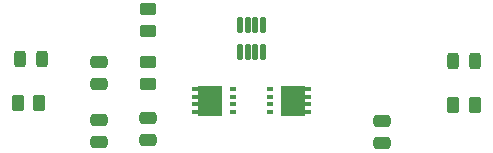
<source format=gbr>
%TF.GenerationSoftware,KiCad,Pcbnew,9.0.0*%
%TF.CreationDate,2025-05-05T10:21:01+02:00*%
%TF.ProjectId,LM4502,4c4d3435-3032-42e6-9b69-6361645f7063,rev?*%
%TF.SameCoordinates,Original*%
%TF.FileFunction,Paste,Top*%
%TF.FilePolarity,Positive*%
%FSLAX46Y46*%
G04 Gerber Fmt 4.6, Leading zero omitted, Abs format (unit mm)*
G04 Created by KiCad (PCBNEW 9.0.0) date 2025-05-05 10:21:01*
%MOMM*%
%LPD*%
G01*
G04 APERTURE LIST*
G04 Aperture macros list*
%AMRoundRect*
0 Rectangle with rounded corners*
0 $1 Rounding radius*
0 $2 $3 $4 $5 $6 $7 $8 $9 X,Y pos of 4 corners*
0 Add a 4 corners polygon primitive as box body*
4,1,4,$2,$3,$4,$5,$6,$7,$8,$9,$2,$3,0*
0 Add four circle primitives for the rounded corners*
1,1,$1+$1,$2,$3*
1,1,$1+$1,$4,$5*
1,1,$1+$1,$6,$7*
1,1,$1+$1,$8,$9*
0 Add four rect primitives between the rounded corners*
20,1,$1+$1,$2,$3,$4,$5,0*
20,1,$1+$1,$4,$5,$6,$7,0*
20,1,$1+$1,$6,$7,$8,$9,0*
20,1,$1+$1,$8,$9,$2,$3,0*%
G04 Aperture macros list end*
%ADD10RoundRect,0.125000X-0.125000X0.537500X-0.125000X-0.537500X0.125000X-0.537500X0.125000X0.537500X0*%
%ADD11RoundRect,0.250000X0.475000X-0.250000X0.475000X0.250000X-0.475000X0.250000X-0.475000X-0.250000X0*%
%ADD12RoundRect,0.250000X0.450000X-0.262500X0.450000X0.262500X-0.450000X0.262500X-0.450000X-0.262500X0*%
%ADD13R,0.600000X0.400000*%
%ADD14R,0.550000X0.400000*%
%ADD15R,2.030000X2.650000*%
%ADD16RoundRect,0.250000X-0.475000X0.250000X-0.475000X-0.250000X0.475000X-0.250000X0.475000X0.250000X0*%
%ADD17RoundRect,0.243750X-0.243750X-0.456250X0.243750X-0.456250X0.243750X0.456250X-0.243750X0.456250X0*%
%ADD18RoundRect,0.250000X0.262500X0.450000X-0.262500X0.450000X-0.262500X-0.450000X0.262500X-0.450000X0*%
%ADD19RoundRect,0.243750X0.243750X0.456250X-0.243750X0.456250X-0.243750X-0.456250X0.243750X-0.456250X0*%
%ADD20RoundRect,0.250000X-0.262500X-0.450000X0.262500X-0.450000X0.262500X0.450000X-0.262500X0.450000X0*%
G04 APERTURE END LIST*
D10*
%TO.C,U1*%
X135450000Y-70612500D03*
X134800000Y-70612500D03*
X134150000Y-70612500D03*
X133500000Y-70612500D03*
X133500000Y-72887500D03*
X134150000Y-72887500D03*
X134800000Y-72887500D03*
X135450000Y-72887500D03*
%TD*%
D11*
%TO.C,C4*%
X145500000Y-80650000D03*
X145500000Y-78750000D03*
%TD*%
D12*
%TO.C,R2*%
X125700000Y-75612500D03*
X125700000Y-73787500D03*
%TD*%
D13*
%TO.C,Q1*%
X132875000Y-78000000D03*
X132875000Y-77350000D03*
X132875000Y-76700000D03*
X132875000Y-76050000D03*
D14*
X129650000Y-76050000D03*
X129650000Y-76700000D03*
X129650000Y-77350000D03*
X129650000Y-78000000D03*
D15*
X130940000Y-77025000D03*
%TD*%
D16*
%TO.C,C2*%
X125700000Y-78500000D03*
X125700000Y-80400000D03*
%TD*%
D13*
%TO.C,Q2*%
X136075000Y-76050000D03*
X136075000Y-76700000D03*
X136075000Y-77350000D03*
X136075000Y-78000000D03*
D14*
X139300000Y-78000000D03*
X139300000Y-77350000D03*
X139300000Y-76700000D03*
X139300000Y-76050000D03*
D15*
X138010000Y-77025000D03*
%TD*%
D11*
%TO.C,C1*%
X121600000Y-80550000D03*
X121600000Y-78650000D03*
%TD*%
D17*
%TO.C,D1*%
X114862500Y-73500000D03*
X116737500Y-73500000D03*
%TD*%
D12*
%TO.C,R3*%
X125700000Y-71112500D03*
X125700000Y-69287500D03*
%TD*%
D11*
%TO.C,C3*%
X121600000Y-75650000D03*
X121600000Y-73750000D03*
%TD*%
D18*
%TO.C,R1*%
X116512500Y-77200000D03*
X114687500Y-77200000D03*
%TD*%
D19*
%TO.C,D2*%
X153425000Y-73700000D03*
X151550000Y-73700000D03*
%TD*%
D20*
%TO.C,R4*%
X151575000Y-77400000D03*
X153400000Y-77400000D03*
%TD*%
M02*

</source>
